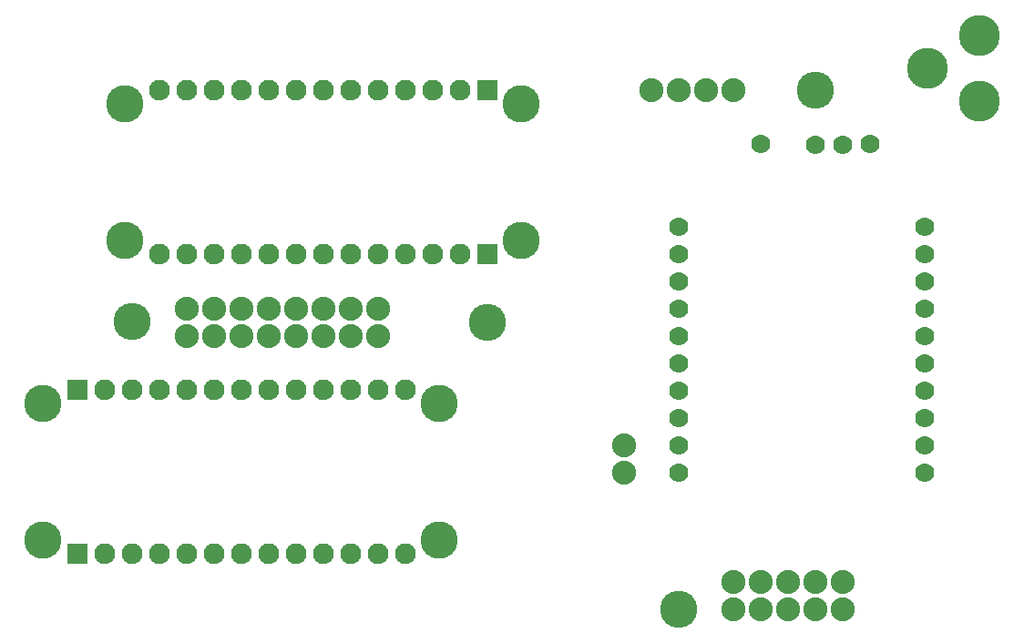
<source format=gbs>
G04 MADE WITH FRITZING*
G04 WWW.FRITZING.ORG*
G04 DOUBLE SIDED*
G04 HOLES PLATED*
G04 CONTOUR ON CENTER OF CONTOUR VECTOR*
%ASAXBY*%
%FSLAX23Y23*%
%MOIN*%
%OFA0B0*%
%SFA1.0B1.0*%
%ADD10C,0.135984*%
%ADD11C,0.070000*%
%ADD12C,0.076000*%
%ADD13C,0.136614*%
%ADD14C,0.088000*%
%ADD15C,0.150000*%
%ADD16R,0.076000X0.076000*%
%LNMASK0*%
G90*
G70*
G54D10*
X3071Y2272D03*
X571Y1423D03*
X1871Y1422D03*
X2571Y372D03*
G54D11*
X2571Y872D03*
X2571Y972D03*
X2572Y1072D03*
X2572Y1172D03*
X2571Y1272D03*
X2571Y1372D03*
X2571Y1472D03*
X2571Y1572D03*
X2571Y1672D03*
X2571Y1772D03*
X3471Y872D03*
X3471Y972D03*
X3471Y1072D03*
X3471Y1172D03*
X3471Y1272D03*
X3471Y1372D03*
X3471Y1472D03*
X3471Y1572D03*
X3471Y1672D03*
X3471Y1772D03*
X2871Y2073D03*
X3071Y2072D03*
X3171Y2072D03*
X3271Y2073D03*
G54D12*
X1871Y1672D03*
X1771Y1672D03*
X1671Y1672D03*
X1571Y1672D03*
G54D13*
X1996Y1722D03*
G54D12*
X1471Y1672D03*
X1371Y1672D03*
X1271Y1672D03*
X1171Y1672D03*
X1071Y1672D03*
X971Y1672D03*
X871Y1672D03*
X771Y1672D03*
X671Y1672D03*
G54D13*
X546Y1722D03*
G54D12*
X1871Y2272D03*
X1771Y2272D03*
X1671Y2272D03*
X1571Y2272D03*
X1471Y2272D03*
X1371Y2272D03*
X1271Y2272D03*
X1171Y2272D03*
X1071Y2272D03*
X971Y2272D03*
X871Y2272D03*
X771Y2272D03*
X671Y2272D03*
G54D13*
X546Y2222D03*
X1996Y2222D03*
G54D12*
X371Y1174D03*
X471Y1174D03*
X571Y1174D03*
X671Y1174D03*
G54D13*
X246Y1124D03*
G54D12*
X771Y1174D03*
X871Y1174D03*
X971Y1174D03*
X1071Y1174D03*
X1171Y1174D03*
X1271Y1174D03*
X1371Y1174D03*
X1471Y1174D03*
X1571Y1174D03*
G54D13*
X1696Y1124D03*
G54D12*
X371Y574D03*
X471Y574D03*
X571Y574D03*
X671Y574D03*
X771Y574D03*
X871Y574D03*
X971Y574D03*
X1071Y574D03*
X1171Y574D03*
X1271Y574D03*
X1371Y574D03*
X1471Y574D03*
X1571Y574D03*
G54D13*
X1696Y624D03*
X246Y624D03*
G54D14*
X2771Y2272D03*
X2671Y2272D03*
X2571Y2272D03*
X2471Y2272D03*
X3171Y472D03*
X3071Y472D03*
X2971Y472D03*
X2871Y472D03*
X2771Y472D03*
X3171Y472D03*
X3071Y472D03*
X2971Y472D03*
X2871Y472D03*
X2771Y472D03*
X2771Y372D03*
X2871Y372D03*
X2971Y372D03*
X3071Y372D03*
X3171Y372D03*
X771Y1372D03*
X871Y1372D03*
X971Y1372D03*
X1071Y1372D03*
X1171Y1372D03*
X1271Y1372D03*
X1371Y1372D03*
X1471Y1372D03*
X771Y1372D03*
X871Y1372D03*
X971Y1372D03*
X1071Y1372D03*
X1171Y1372D03*
X1271Y1372D03*
X1371Y1372D03*
X1471Y1372D03*
X1471Y1472D03*
X1371Y1472D03*
X1271Y1472D03*
X1171Y1472D03*
X1071Y1472D03*
X971Y1472D03*
X871Y1472D03*
X771Y1472D03*
X2371Y872D03*
X2371Y972D03*
G54D15*
X3671Y2232D03*
X3671Y2472D03*
X3481Y2352D03*
G54D16*
X1871Y1672D03*
X1871Y2272D03*
X371Y1174D03*
X371Y574D03*
G04 End of Mask0*
M02*
</source>
